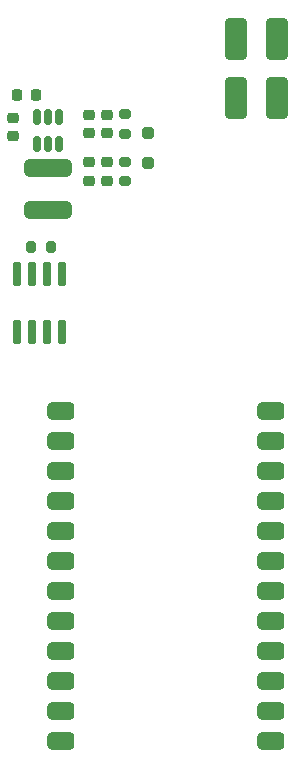
<source format=gbr>
%TF.GenerationSoftware,KiCad,Pcbnew,8.0.6*%
%TF.CreationDate,2024-10-28T22:07:04-04:00*%
%TF.ProjectId,VexQwiic,56657851-7769-4696-932e-6b696361645f,rev?*%
%TF.SameCoordinates,Original*%
%TF.FileFunction,Paste,Top*%
%TF.FilePolarity,Positive*%
%FSLAX46Y46*%
G04 Gerber Fmt 4.6, Leading zero omitted, Abs format (unit mm)*
G04 Created by KiCad (PCBNEW 8.0.6) date 2024-10-28 22:07:04*
%MOMM*%
%LPD*%
G01*
G04 APERTURE LIST*
G04 Aperture macros list*
%AMRoundRect*
0 Rectangle with rounded corners*
0 $1 Rounding radius*
0 $2 $3 $4 $5 $6 $7 $8 $9 X,Y pos of 4 corners*
0 Add a 4 corners polygon primitive as box body*
4,1,4,$2,$3,$4,$5,$6,$7,$8,$9,$2,$3,0*
0 Add four circle primitives for the rounded corners*
1,1,$1+$1,$2,$3*
1,1,$1+$1,$4,$5*
1,1,$1+$1,$6,$7*
1,1,$1+$1,$8,$9*
0 Add four rect primitives between the rounded corners*
20,1,$1+$1,$2,$3,$4,$5,0*
20,1,$1+$1,$4,$5,$6,$7,0*
20,1,$1+$1,$6,$7,$8,$9,0*
20,1,$1+$1,$8,$9,$2,$3,0*%
G04 Aperture macros list end*
%ADD10RoundRect,0.225000X0.250000X-0.225000X0.250000X0.225000X-0.250000X0.225000X-0.250000X-0.225000X0*%
%ADD11RoundRect,0.150000X0.150000X-0.512500X0.150000X0.512500X-0.150000X0.512500X-0.150000X-0.512500X0*%
%ADD12RoundRect,0.200000X0.275000X-0.200000X0.275000X0.200000X-0.275000X0.200000X-0.275000X-0.200000X0*%
%ADD13RoundRect,0.250000X-0.650000X1.500000X-0.650000X-1.500000X0.650000X-1.500000X0.650000X1.500000X0*%
%ADD14RoundRect,0.200000X-0.200000X-0.275000X0.200000X-0.275000X0.200000X0.275000X-0.200000X0.275000X0*%
%ADD15RoundRect,0.225000X-0.250000X0.225000X-0.250000X-0.225000X0.250000X-0.225000X0.250000X0.225000X0*%
%ADD16RoundRect,0.225000X0.225000X0.250000X-0.225000X0.250000X-0.225000X-0.250000X0.225000X-0.250000X0*%
%ADD17RoundRect,0.250000X-0.250000X0.250000X-0.250000X-0.250000X0.250000X-0.250000X0.250000X0.250000X0*%
%ADD18RoundRect,0.375000X-1.625000X0.375000X-1.625000X-0.375000X1.625000X-0.375000X1.625000X0.375000X0*%
%ADD19RoundRect,0.381000X0.762000X0.381000X-0.762000X0.381000X-0.762000X-0.381000X0.762000X-0.381000X0*%
%ADD20RoundRect,0.042000X0.258000X-0.943000X0.258000X0.943000X-0.258000X0.943000X-0.258000X-0.943000X0*%
G04 APERTURE END LIST*
D10*
%TO.C,C4*%
X144500000Y-73775000D03*
X144500000Y-72225000D03*
%TD*%
D11*
%TO.C,U3*%
X138550000Y-70637500D03*
X139500000Y-70637500D03*
X140450000Y-70637500D03*
X140450000Y-68362500D03*
X139500000Y-68362500D03*
X138550000Y-68362500D03*
%TD*%
D10*
%TO.C,C3*%
X136500000Y-70000000D03*
X136500000Y-68450000D03*
%TD*%
D12*
%TO.C,R2*%
X146000000Y-69825000D03*
X146000000Y-68175000D03*
%TD*%
D13*
%TO.C,D1*%
X158900000Y-61800000D03*
X158900000Y-66800000D03*
%TD*%
%TO.C,D2*%
X155400000Y-61800000D03*
X155400000Y-66800000D03*
%TD*%
D12*
%TO.C,R1*%
X146000000Y-73825000D03*
X146000000Y-72175000D03*
%TD*%
D14*
%TO.C,R3*%
X138075000Y-79400000D03*
X139725000Y-79400000D03*
%TD*%
D15*
%TO.C,C2*%
X144500000Y-68225000D03*
X144500000Y-69775000D03*
%TD*%
%TO.C,C1*%
X143000000Y-68225000D03*
X143000000Y-69775000D03*
%TD*%
D16*
%TO.C,C6*%
X138450000Y-66550000D03*
X136900000Y-66550000D03*
%TD*%
D17*
%TO.C,D3*%
X148000000Y-69750000D03*
X148000000Y-72250000D03*
%TD*%
D18*
%TO.C,L1*%
X139500000Y-72700000D03*
X139500000Y-76300000D03*
%TD*%
D10*
%TO.C,C5*%
X143000000Y-73775000D03*
X143000000Y-72225000D03*
%TD*%
D19*
%TO.C,U1*%
X158345762Y-121200000D03*
X158345762Y-118660000D03*
X158345762Y-116120000D03*
X158345762Y-113580000D03*
X158345762Y-111040000D03*
X158345762Y-108500000D03*
X158345762Y-105960000D03*
X158345762Y-103420000D03*
X158345762Y-100880000D03*
X158345762Y-98340000D03*
X158345762Y-95800000D03*
X158345762Y-93260000D03*
X140565762Y-121200000D03*
X140565762Y-118660000D03*
X140565762Y-116120000D03*
X140565762Y-113580000D03*
X140565762Y-111040000D03*
X140565762Y-108500000D03*
X140565762Y-105960000D03*
X140565762Y-103420000D03*
X140565762Y-100880000D03*
X140565762Y-98340000D03*
X140565762Y-95800000D03*
X140565762Y-93260000D03*
%TD*%
D20*
%TO.C,U5*%
X136895000Y-86620000D03*
X138165000Y-86620000D03*
X139435000Y-86620000D03*
X140705000Y-86620000D03*
X140705000Y-81670000D03*
X139435000Y-81670000D03*
X138165000Y-81670000D03*
X136895000Y-81670000D03*
%TD*%
M02*

</source>
